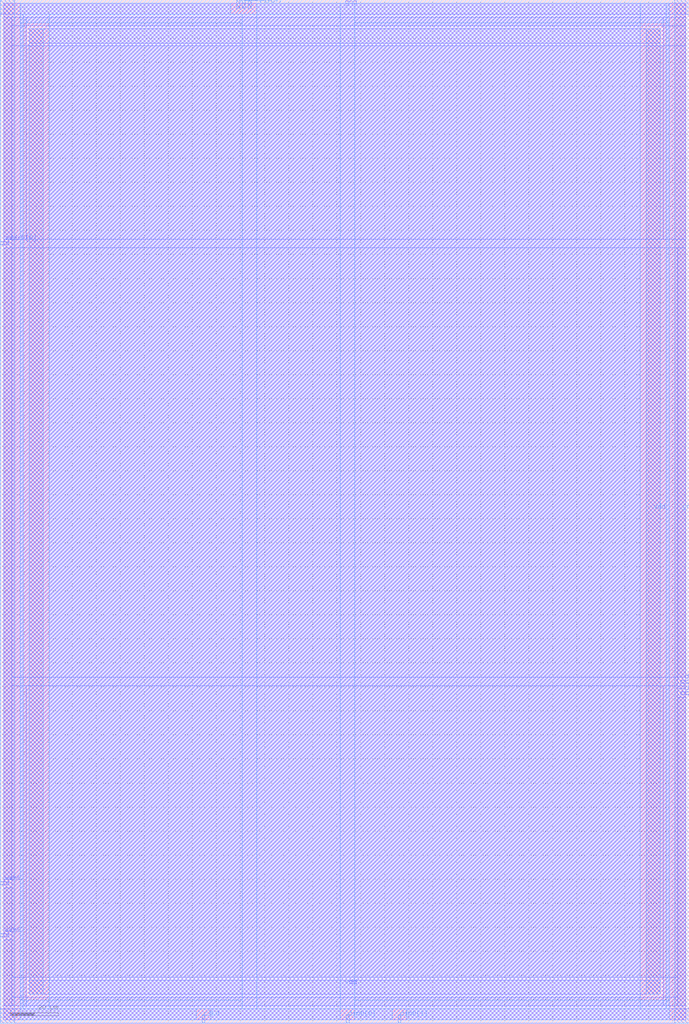
<source format=lef>
VERSION 5.4 ;
NAMESCASESENSITIVE ON ;
BUSBITCHARS "[]" ;
DIVIDERCHAR "/" ;
UNITS
  DATABASE MICRONS 2000 ;
END UNITS
MACRO sram_16x2
   CLASS BLOCK ;
   SIZE 286.8 BY 426.0 ;
   SYMMETRY X Y R90 ;
   PIN din0[0]
      DIRECTION INPUT ;
      PORT
         LAYER metal4 ;
         RECT  144.0 0.0 145.2 3.6 ;
      END
   END din0[0]
   PIN din0[1]
      DIRECTION INPUT ;
      PORT
         LAYER metal4 ;
         RECT  165.6 0.0 166.8 3.6 ;
      END
   END din0[1]
   PIN addr0[0]
      DIRECTION INPUT ;
      PORT
         LAYER metal3 ;
         RECT  0.0 324.0 3.6 325.2 ;
      END
   END addr0[0]
   PIN addr0[1]
      DIRECTION INPUT ;
      PORT
         LAYER metal4 ;
         RECT  103.2 422.4 104.4 426.0 ;
      END
   END addr0[1]
   PIN addr0[2]
      DIRECTION INPUT ;
      PORT
         LAYER metal4 ;
         RECT  100.8 422.4 102.0 426.0 ;
      END
   END addr0[2]
   PIN addr0[3]
      DIRECTION INPUT ;
      PORT
         LAYER metal4 ;
         RECT  98.4 422.4 99.6 426.0 ;
      END
   END addr0[3]
   PIN csb0
      DIRECTION INPUT ;
      PORT
         LAYER metal3 ;
         RECT  0.0 36.0 3.6 37.2 ;
      END
   END csb0
   PIN web0
      DIRECTION INPUT ;
      PORT
         LAYER metal3 ;
         RECT  0.0 57.6 3.6 58.8 ;
      END
   END web0
   PIN clk0
      DIRECTION INPUT ;
      PORT
         LAYER metal4 ;
         RECT  84.0 0.0 85.2 3.6 ;
      END
   END clk0
   PIN dout0[0]
      DIRECTION OUTPUT ;
      PORT
         LAYER metal3 ;
         RECT  283.2 141.6 286.8 142.8 ;
      END
   END dout0[0]
   PIN dout0[1]
      DIRECTION OUTPUT ;
      PORT
         LAYER metal3 ;
         RECT  283.2 136.8 286.8 138.0 ;
      END
   END dout0[1]
   PIN vdd
      DIRECTION INOUT ;
      USE POWER ; 
      SHAPE ABUTMENT ; 
      PORT
         LAYER metal3 ;
         RECT  12.0 408.0 274.8 414.0 ;
         LAYER metal4 ;
         RECT  12.0 12.0 18.0 414.0 ;
         LAYER metal4 ;
         RECT  268.8 12.0 274.8 414.0 ;
         LAYER metal3 ;
         RECT  12.0 12.0 274.8 18.0 ;
      END
   END vdd
   PIN gnd
      DIRECTION INOUT ;
      USE GROUND ; 
      SHAPE ABUTMENT ; 
      PORT
         LAYER metal3 ;
         RECT  0.0 0.0 286.8 6.0 ;
         LAYER metal4 ;
         RECT  0.0 0.0 6.0 426.0 ;
         LAYER metal3 ;
         RECT  0.0 420.0 286.8 426.0 ;
         LAYER metal4 ;
         RECT  280.8 0.0 286.8 426.0 ;
      END
   END gnd
   OBS
   LAYER  metal1 ;
      RECT  1.4 1.4 285.4 424.6 ;
   LAYER  metal2 ;
      RECT  1.4 1.4 285.4 424.6 ;
   LAYER  metal3 ;
      RECT  4.8 322.8 285.4 326.4 ;
      RECT  1.4 38.4 4.8 56.4 ;
      RECT  1.4 60.0 4.8 322.8 ;
      RECT  4.8 140.4 282.0 144.0 ;
      RECT  4.8 144.0 282.0 322.8 ;
      RECT  282.0 144.0 285.4 322.8 ;
      RECT  282.0 139.2 285.4 140.4 ;
      RECT  4.8 326.4 10.8 406.8 ;
      RECT  4.8 406.8 10.8 415.2 ;
      RECT  10.8 326.4 276.0 406.8 ;
      RECT  276.0 326.4 285.4 406.8 ;
      RECT  276.0 406.8 285.4 415.2 ;
      RECT  4.8 10.8 10.8 19.2 ;
      RECT  4.8 19.2 10.8 140.4 ;
      RECT  10.8 19.2 276.0 140.4 ;
      RECT  276.0 10.8 282.0 19.2 ;
      RECT  276.0 19.2 282.0 140.4 ;
      RECT  1.4 7.2 4.8 34.8 ;
      RECT  282.0 7.2 285.4 135.6 ;
      RECT  4.8 7.2 10.8 10.8 ;
      RECT  10.8 7.2 276.0 10.8 ;
      RECT  276.0 7.2 282.0 10.8 ;
      RECT  1.4 326.4 4.8 418.8 ;
      RECT  4.8 415.2 10.8 418.8 ;
      RECT  10.8 415.2 276.0 418.8 ;
      RECT  276.0 415.2 285.4 418.8 ;
   LAYER  metal4 ;
      RECT  141.6 6.0 147.6 424.6 ;
      RECT  147.6 1.4 163.2 6.0 ;
      RECT  100.8 6.0 106.8 420.0 ;
      RECT  106.8 6.0 141.6 420.0 ;
      RECT  106.8 420.0 141.6 424.6 ;
      RECT  87.6 1.4 141.6 6.0 ;
      RECT  9.6 6.0 20.4 9.6 ;
      RECT  9.6 416.4 20.4 420.0 ;
      RECT  20.4 6.0 100.8 9.6 ;
      RECT  20.4 9.6 100.8 416.4 ;
      RECT  20.4 416.4 100.8 420.0 ;
      RECT  147.6 6.0 266.4 9.6 ;
      RECT  147.6 9.6 266.4 416.4 ;
      RECT  147.6 416.4 266.4 424.6 ;
      RECT  266.4 6.0 277.2 9.6 ;
      RECT  266.4 416.4 277.2 424.6 ;
      RECT  8.4 420.0 96.0 424.6 ;
      RECT  8.4 1.4 81.6 6.0 ;
      RECT  8.4 6.0 9.6 9.6 ;
      RECT  8.4 9.6 9.6 416.4 ;
      RECT  8.4 416.4 9.6 420.0 ;
      RECT  169.2 1.4 278.4 6.0 ;
      RECT  277.2 6.0 278.4 9.6 ;
      RECT  277.2 9.6 278.4 416.4 ;
      RECT  277.2 416.4 278.4 424.6 ;
   END
END    sram_16x2
END    LIBRARY

</source>
